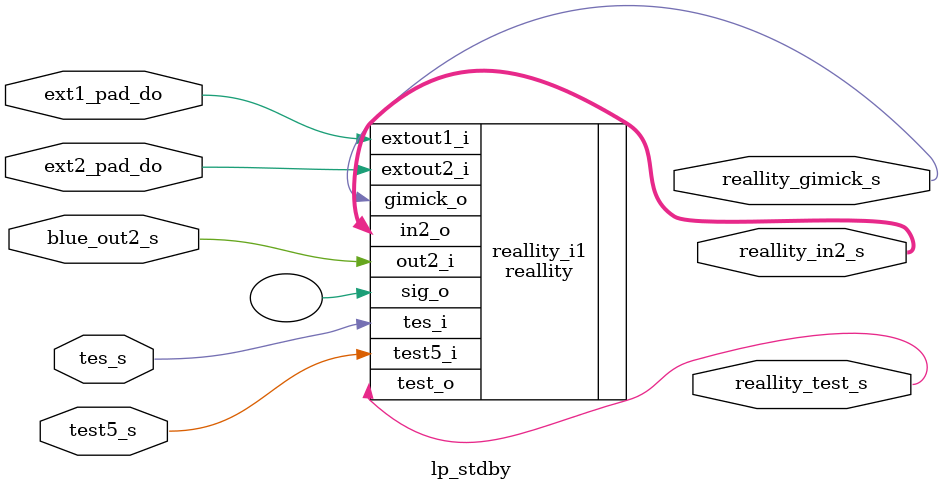
<source format=v>


`timescale 1ns/10ps


`include "global_project.i"


// No user `defines in this module


module lp_stdby
//
// Generated Module lp_stdby_i1
//
	(
		reallity_in2_s,
		blue_out2_s,
		tes_s,
		test5_s,
		reallity_test_s,
		reallity_gimick_s,
		ext1_pad_do,
		ext2_pad_do
	);

	// Generated Module Inputs:
		input		blue_out2_s;
		input		tes_s;
		input		test5_s;
		input		ext1_pad_do;
		input		ext2_pad_do;
	// Generated Module Outputs:
		output	[31:0]	reallity_in2_s;
		output		reallity_test_s;
		output		reallity_gimick_s;
	// Generated Wires:
		wire	[31:0]	reallity_in2_s;
		wire		blue_out2_s;
		wire		tes_s;
		wire		test5_s;
		wire		reallity_test_s;
		wire		reallity_gimick_s;
		wire		ext1_pad_do;
		wire		ext2_pad_do;
// End of generated module header


	// Internal signals

	//
	// Generated Signal List
	//
	//
	// End of Generated Signal List
	//


	// %COMPILER_OPTS%

	//
	// Generated Signal Assignments
	//




	//
	// Generated Instances and Port Mappings
	//
		// Generated Instance Port Map for reallity_i1
		reallity reallity_i1 (	// LP reallity

			.extout1_i(ext1_pad_do),	// from bluePAD <-> Iocell connect (IO)
			.extout2_i(ext2_pad_do),	// from bluePAD <-> Iocell connect (IO)
			.gimick_o(reallity_gimick_s),	// from reallityto blue
			.in2_o(reallity_in2_s),	// from reallity (X4)to blue
			.out2_i(blue_out2_s),	// to reallityfrom blue
			.sig_o(),	// to blue
			.tes_i(tes_s),	// to reallityfrom blue
			.test5_i(test5_s),	// to reallityfrom blue
			.test_o(reallity_test_s)	// from reallityto blue
		);
		// End of Generated Instance Port Map for reallity_i1



endmodule
//
// End of Generated Module rtl of lp_stdby
//

//
//!End of Module/s
// --------------------------------------------------------------

</source>
